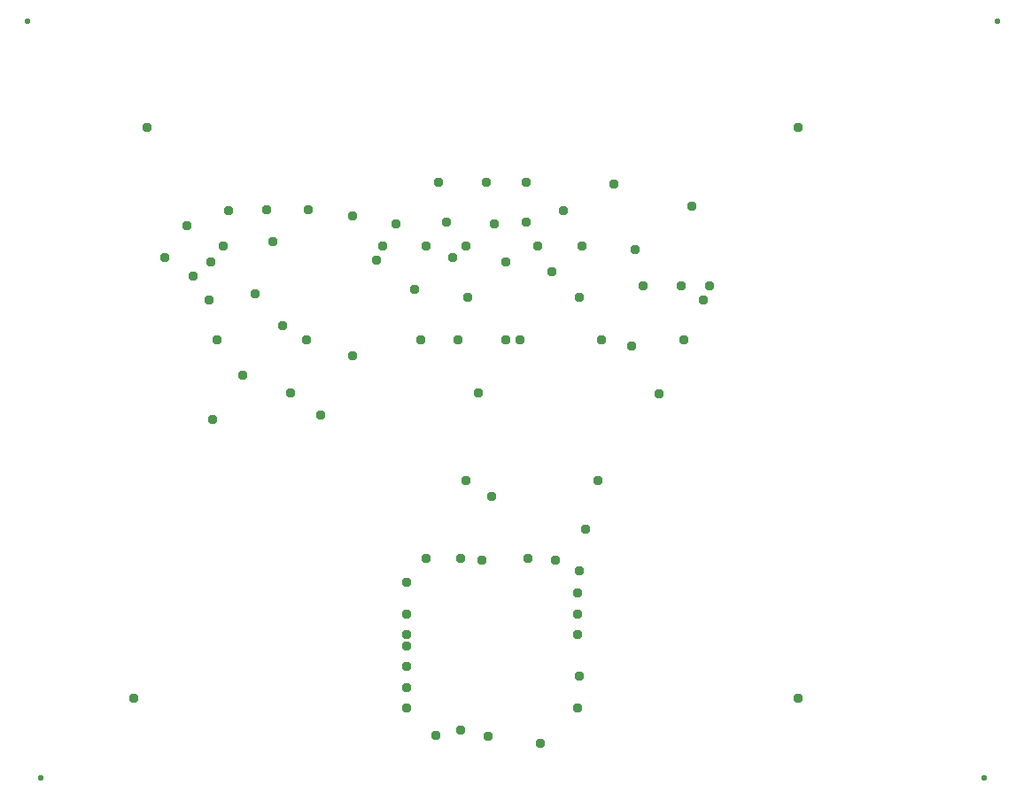
<source format=gbr>
G04 EAGLE Gerber RS-274X export*
G75*
%MOMM*%
%FSLAX34Y34*%
%LPD*%
%INSoldermask Bottom*%
%IPPOS*%
%AMOC8*
5,1,8,0,0,1.08239X$1,22.5*%
G01*
%ADD10C,0.553200*%
%ADD11C,0.959600*%


D10*
X38100Y762000D03*
X965200Y762000D03*
X952500Y38100D03*
X50800Y38100D03*
D11*
X542544Y246888D03*
X452628Y83820D03*
X400812Y175260D03*
X563880Y195072D03*
X484632Y568452D03*
X214884Y381000D03*
X472440Y246888D03*
X219456Y457200D03*
X306324Y582168D03*
X684276Y495300D03*
X400812Y225552D03*
X196596Y518160D03*
X452628Y248412D03*
X213360Y531876D03*
X419100Y248412D03*
X243840Y423672D03*
X481584Y307848D03*
X618744Y544068D03*
X169164Y536448D03*
X690372Y509016D03*
X400812Y164592D03*
X515112Y569976D03*
X400812Y195072D03*
X438912Y569976D03*
X516636Y248412D03*
X390144Y568452D03*
X419100Y547116D03*
X509016Y457200D03*
X457200Y547116D03*
X665988Y457200D03*
X525780Y547116D03*
X615696Y451104D03*
X568452Y547116D03*
X586740Y457200D03*
X528828Y71628D03*
X230124Y580644D03*
X400812Y105156D03*
X190500Y566928D03*
X400812Y124968D03*
X266700Y582168D03*
X400812Y144780D03*
X348996Y576072D03*
X377952Y547116D03*
X304800Y457200D03*
X272796Y551688D03*
X414528Y457200D03*
X225552Y547116D03*
X449580Y457200D03*
X673608Y585216D03*
X495300Y457200D03*
X428244Y79248D03*
X431292Y608076D03*
X478536Y77724D03*
X477012Y608076D03*
X571500Y275844D03*
X515112Y608076D03*
X565404Y236220D03*
X550164Y580644D03*
X598932Y606552D03*
X348996Y441960D03*
X371856Y533400D03*
X211836Y495300D03*
X495300Y531876D03*
X662940Y509016D03*
X563880Y214884D03*
X583692Y323088D03*
X626364Y509016D03*
X563880Y175260D03*
X457200Y323088D03*
X565404Y498348D03*
X563880Y105156D03*
X641604Y405384D03*
X289560Y406908D03*
X539496Y522732D03*
X408432Y505968D03*
X281940Y470916D03*
X469392Y406908D03*
X458724Y498348D03*
X445008Y536448D03*
X256032Y501396D03*
X565404Y135636D03*
X318516Y385572D03*
X152400Y660400D03*
X774700Y660400D03*
X139700Y114300D03*
X774700Y114300D03*
M02*

</source>
